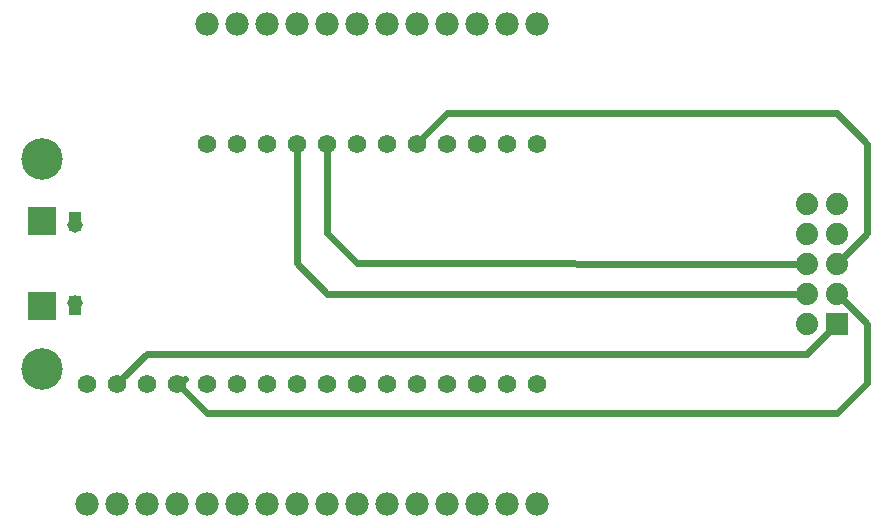
<source format=gbl>
G04 MADE WITH FRITZING*
G04 WWW.FRITZING.ORG*
G04 DOUBLE SIDED*
G04 HOLES PLATED*
G04 CONTOUR ON CENTER OF CONTOUR VECTOR*
%ASAXBY*%
%FSLAX23Y23*%
%MOIN*%
%OFA0B0*%
%SFA1.0B1.0*%
%ADD10C,0.138425*%
%ADD11C,0.095000*%
%ADD12C,0.051496*%
%ADD13C,0.062000*%
%ADD14C,0.074000*%
%ADD15C,0.078000*%
%ADD16R,0.095000X0.095000*%
%ADD17R,0.074000X0.074000*%
%ADD18C,0.024000*%
%ADD19R,0.001000X0.001000*%
%LNCOPPER0*%
G90*
G70*
G54D10*
X189Y600D03*
G54D11*
X189Y1092D03*
G54D12*
X299Y1080D03*
G54D13*
X1839Y550D03*
X1739Y550D03*
X1639Y550D03*
X1539Y550D03*
X1439Y550D03*
X1339Y550D03*
X1239Y550D03*
X1139Y550D03*
X1039Y550D03*
G54D10*
X189Y1300D03*
G54D13*
X939Y550D03*
X839Y550D03*
X739Y550D03*
X639Y550D03*
X539Y550D03*
X439Y550D03*
X339Y550D03*
X739Y1350D03*
X839Y1350D03*
X939Y1350D03*
X1039Y1350D03*
X1139Y1350D03*
X1239Y1350D03*
X1339Y1350D03*
X1439Y1350D03*
X1539Y1350D03*
X1639Y1350D03*
X1739Y1350D03*
X1839Y1350D03*
G54D12*
X299Y820D03*
G54D11*
X189Y809D03*
G54D14*
X2739Y750D03*
X2739Y850D03*
X2739Y950D03*
X2739Y1050D03*
X2739Y1150D03*
X2839Y750D03*
X2839Y850D03*
X2839Y950D03*
X2839Y1050D03*
X2839Y1150D03*
G54D15*
X1839Y1750D03*
X1739Y1750D03*
X1639Y1750D03*
X1539Y1750D03*
X1439Y1750D03*
X1339Y1750D03*
X1239Y1750D03*
X1139Y1750D03*
X1039Y1750D03*
X939Y1750D03*
X839Y1750D03*
X739Y1750D03*
X1839Y150D03*
X1739Y150D03*
X1639Y150D03*
X1539Y150D03*
X1439Y150D03*
X1339Y150D03*
X1239Y150D03*
X1139Y150D03*
X1039Y150D03*
X939Y150D03*
X839Y150D03*
X739Y150D03*
X639Y150D03*
X539Y150D03*
X439Y150D03*
X339Y150D03*
G54D16*
X189Y1092D03*
X189Y809D03*
G54D17*
X2839Y750D03*
G54D18*
X2940Y750D02*
X2861Y828D01*
D02*
X2940Y551D02*
X2940Y750D01*
D02*
X739Y452D02*
X2838Y452D01*
D02*
X2838Y452D02*
X2940Y551D01*
D02*
X640Y551D02*
X739Y452D01*
D02*
X664Y565D02*
X640Y551D01*
D02*
X2739Y650D02*
X2817Y728D01*
D02*
X459Y571D02*
X538Y650D01*
D02*
X538Y650D02*
X2739Y650D01*
D02*
X1038Y951D02*
X1140Y849D01*
D02*
X1140Y849D02*
X2708Y850D01*
D02*
X1039Y1322D02*
X1038Y951D01*
D02*
X1140Y1051D02*
X1239Y951D01*
D02*
X1239Y951D02*
X2708Y950D01*
D02*
X1139Y1322D02*
X1140Y1051D01*
D02*
X2940Y1051D02*
X2861Y972D01*
D02*
X2940Y1349D02*
X2940Y1051D01*
D02*
X2838Y1451D02*
X2940Y1349D01*
D02*
X1540Y1451D02*
X2838Y1451D01*
D02*
X1459Y1371D02*
X1540Y1451D01*
G54D19*
X279Y1122D02*
X319Y1122D01*
X279Y1121D02*
X319Y1121D01*
X279Y1120D02*
X319Y1120D01*
X279Y1119D02*
X319Y1119D01*
X279Y1118D02*
X319Y1118D01*
X279Y1117D02*
X319Y1117D01*
X279Y1116D02*
X319Y1116D01*
X279Y1115D02*
X319Y1115D01*
X279Y1114D02*
X319Y1114D01*
X279Y1113D02*
X319Y1113D01*
X279Y1112D02*
X319Y1112D01*
X279Y1111D02*
X319Y1111D01*
X279Y1110D02*
X319Y1110D01*
X279Y1109D02*
X319Y1109D01*
X279Y1108D02*
X319Y1108D01*
X279Y1107D02*
X319Y1107D01*
X279Y1106D02*
X319Y1106D01*
X279Y1105D02*
X319Y1105D01*
X279Y1104D02*
X319Y1104D01*
X279Y1103D02*
X319Y1103D01*
X279Y1102D02*
X319Y1102D01*
X279Y1101D02*
X294Y1101D01*
X304Y1101D02*
X319Y1101D01*
X279Y1100D02*
X291Y1100D01*
X307Y1100D02*
X319Y1100D01*
X279Y1099D02*
X289Y1099D01*
X309Y1099D02*
X319Y1099D01*
X279Y1098D02*
X287Y1098D01*
X311Y1098D02*
X319Y1098D01*
X279Y1097D02*
X285Y1097D01*
X312Y1097D02*
X319Y1097D01*
X279Y1096D02*
X284Y1096D01*
X313Y1096D02*
X319Y1096D01*
X279Y1095D02*
X283Y1095D01*
X314Y1095D02*
X319Y1095D01*
X279Y1094D02*
X282Y1094D01*
X315Y1094D02*
X319Y1094D01*
X279Y1093D02*
X282Y1093D01*
X316Y1093D02*
X319Y1093D01*
X279Y1092D02*
X281Y1092D01*
X317Y1092D02*
X319Y1092D01*
X279Y1091D02*
X280Y1091D01*
X317Y1091D02*
X319Y1091D01*
X279Y1090D02*
X280Y1090D01*
X318Y1090D02*
X319Y1090D01*
X279Y1089D02*
X279Y1089D01*
X318Y1089D02*
X319Y1089D01*
X279Y1088D02*
X279Y1088D01*
X319Y1088D02*
X319Y1088D01*
X279Y1087D02*
X279Y1087D01*
X319Y1087D02*
X319Y1087D01*
X319Y1086D02*
X319Y1086D01*
X319Y1076D02*
X319Y1076D01*
X319Y1075D02*
X319Y1075D01*
X279Y1074D02*
X279Y1074D01*
X319Y1074D02*
X319Y1074D01*
X279Y1073D02*
X279Y1073D01*
X318Y1073D02*
X319Y1073D01*
X279Y1072D02*
X280Y1072D01*
X318Y1072D02*
X319Y1072D01*
X279Y1071D02*
X280Y1071D01*
X317Y1071D02*
X319Y1071D01*
X279Y1070D02*
X281Y1070D01*
X317Y1070D02*
X319Y1070D01*
X279Y1069D02*
X281Y1069D01*
X316Y1069D02*
X319Y1069D01*
X279Y1068D02*
X282Y1068D01*
X316Y1068D02*
X319Y1068D01*
X279Y1067D02*
X283Y1067D01*
X315Y1067D02*
X319Y1067D01*
X279Y1066D02*
X284Y1066D01*
X314Y1066D02*
X319Y1066D01*
X279Y1065D02*
X285Y1065D01*
X313Y1065D02*
X319Y1065D01*
X279Y1064D02*
X286Y1064D01*
X311Y1064D02*
X319Y1064D01*
X279Y1063D02*
X288Y1063D01*
X310Y1063D02*
X319Y1063D01*
X279Y1062D02*
X290Y1062D01*
X308Y1062D02*
X319Y1062D01*
X279Y1061D02*
X292Y1061D01*
X305Y1061D02*
X319Y1061D01*
X279Y841D02*
X293Y841D01*
X304Y841D02*
X319Y841D01*
X279Y840D02*
X290Y840D01*
X307Y840D02*
X319Y840D01*
X279Y839D02*
X288Y839D01*
X309Y839D02*
X319Y839D01*
X279Y838D02*
X287Y838D01*
X311Y838D02*
X319Y838D01*
X279Y837D02*
X285Y837D01*
X312Y837D02*
X319Y837D01*
X279Y836D02*
X284Y836D01*
X314Y836D02*
X319Y836D01*
X279Y835D02*
X283Y835D01*
X314Y835D02*
X319Y835D01*
X279Y834D02*
X282Y834D01*
X315Y834D02*
X319Y834D01*
X279Y833D02*
X281Y833D01*
X316Y833D02*
X319Y833D01*
X279Y832D02*
X281Y832D01*
X317Y832D02*
X319Y832D01*
X279Y831D02*
X280Y831D01*
X317Y831D02*
X319Y831D01*
X279Y830D02*
X280Y830D01*
X318Y830D02*
X319Y830D01*
X279Y829D02*
X279Y829D01*
X318Y829D02*
X319Y829D01*
X279Y828D02*
X279Y828D01*
X319Y828D02*
X319Y828D01*
X279Y827D02*
X279Y827D01*
X319Y827D02*
X319Y827D01*
X319Y826D02*
X319Y826D01*
X319Y816D02*
X319Y816D01*
X279Y815D02*
X279Y815D01*
X319Y815D02*
X319Y815D01*
X279Y814D02*
X279Y814D01*
X319Y814D02*
X319Y814D01*
X279Y813D02*
X279Y813D01*
X318Y813D02*
X319Y813D01*
X279Y812D02*
X280Y812D01*
X318Y812D02*
X319Y812D01*
X279Y811D02*
X280Y811D01*
X317Y811D02*
X319Y811D01*
X279Y810D02*
X281Y810D01*
X317Y810D02*
X319Y810D01*
X279Y809D02*
X281Y809D01*
X316Y809D02*
X319Y809D01*
X279Y808D02*
X282Y808D01*
X315Y808D02*
X319Y808D01*
X279Y807D02*
X283Y807D01*
X315Y807D02*
X319Y807D01*
X279Y806D02*
X284Y806D01*
X314Y806D02*
X319Y806D01*
X279Y805D02*
X285Y805D01*
X312Y805D02*
X319Y805D01*
X279Y804D02*
X286Y804D01*
X311Y804D02*
X319Y804D01*
X279Y803D02*
X288Y803D01*
X310Y803D02*
X319Y803D01*
X279Y802D02*
X290Y802D01*
X308Y802D02*
X319Y802D01*
X279Y801D02*
X293Y801D01*
X305Y801D02*
X319Y801D01*
X279Y800D02*
X319Y800D01*
X279Y799D02*
X319Y799D01*
X279Y798D02*
X319Y798D01*
X279Y797D02*
X319Y797D01*
X279Y796D02*
X319Y796D01*
X279Y795D02*
X319Y795D01*
X279Y794D02*
X319Y794D01*
X279Y793D02*
X319Y793D01*
X279Y792D02*
X319Y792D01*
X279Y791D02*
X319Y791D01*
X279Y790D02*
X319Y790D01*
X279Y789D02*
X319Y789D01*
X279Y788D02*
X319Y788D01*
X279Y787D02*
X319Y787D01*
X279Y786D02*
X319Y786D01*
X279Y785D02*
X319Y785D01*
X279Y784D02*
X319Y784D01*
X279Y783D02*
X319Y783D01*
X279Y782D02*
X319Y782D01*
X279Y781D02*
X319Y781D01*
X279Y780D02*
X319Y780D01*
D02*
G04 End of Copper0*
M02*
</source>
